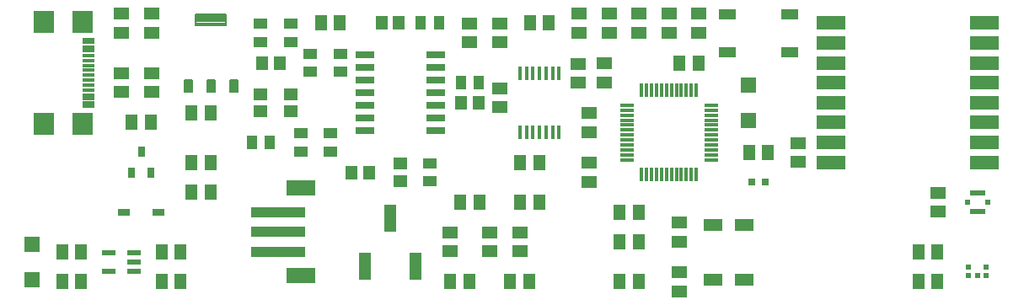
<source format=gbr>
G04 EAGLE Gerber RS-274X export*
G75*
%MOMM*%
%FSLAX34Y34*%
%LPD*%
%INSolderpaste Top*%
%IPPOS*%
%AMOC8*
5,1,8,0,0,1.08239X$1,22.5*%
G01*
G04 Define Apertures*
%ADD10R,1.150000X0.300000*%
%ADD11R,2.000000X2.180000*%
%ADD12R,1.500000X1.300000*%
%ADD13R,1.400000X0.600000*%
%ADD14R,1.300000X1.500000*%
%ADD15C,0.139500*%
%ADD16C,0.196500*%
%ADD17R,1.150000X0.800000*%
%ADD18R,0.650000X1.100000*%
%ADD19R,1.500000X1.500000*%
%ADD20R,1.700000X1.000000*%
%ADD21R,1.900000X1.300000*%
%ADD22R,0.300000X1.475000*%
%ADD23R,1.475000X0.300000*%
%ADD24R,3.000000X1.400000*%
%ADD25R,0.500000X0.600000*%
%ADD26R,1.580000X0.580000*%
%ADD27R,0.500000X0.500000*%
%ADD28R,0.450000X1.475000*%
%ADD29R,1.190000X2.790000*%
%ADD30R,0.600000X0.522000*%
%ADD31R,1.465300X1.164600*%
%ADD32R,1.164600X1.465300*%
%ADD33R,1.420200X1.031200*%
%ADD34R,1.031200X1.420200*%
%ADD35R,1.825000X0.700000*%
%ADD36R,5.500000X1.000000*%
%ADD37R,3.000000X1.600000*%
%ADD38R,0.650000X0.700000*%
D10*
X76780Y263500D03*
X76780Y255500D03*
X76780Y242500D03*
X76780Y232500D03*
X76780Y227500D03*
X76780Y217500D03*
X76780Y204500D03*
X76780Y196500D03*
X76780Y199500D03*
X76780Y207500D03*
X76780Y212500D03*
X76780Y222500D03*
X76780Y237500D03*
X76780Y247500D03*
X76780Y252500D03*
X76780Y260500D03*
D11*
X31730Y281100D03*
X31730Y178900D03*
X71030Y281100D03*
X71030Y178900D03*
D12*
X110000Y229500D03*
X110000Y210500D03*
X110000Y270500D03*
X110000Y289500D03*
D13*
X122500Y30500D03*
X122500Y40000D03*
X122500Y49500D03*
X97500Y49500D03*
X97500Y30500D03*
D14*
X150500Y50000D03*
X169500Y50000D03*
D12*
X140000Y270500D03*
X140000Y289500D03*
D15*
X181053Y222403D02*
X181053Y210697D01*
X173147Y210697D01*
X173147Y222403D01*
X181053Y222403D01*
X181053Y212022D02*
X173147Y212022D01*
X173147Y213347D02*
X181053Y213347D01*
X181053Y214672D02*
X173147Y214672D01*
X173147Y215997D02*
X181053Y215997D01*
X181053Y217322D02*
X173147Y217322D01*
X173147Y218647D02*
X181053Y218647D01*
X181053Y219972D02*
X173147Y219972D01*
X173147Y221297D02*
X181053Y221297D01*
X203953Y222403D02*
X203953Y210697D01*
X196047Y210697D01*
X196047Y222403D01*
X203953Y222403D01*
X203953Y212022D02*
X196047Y212022D01*
X196047Y213347D02*
X203953Y213347D01*
X203953Y214672D02*
X196047Y214672D01*
X196047Y215997D02*
X203953Y215997D01*
X203953Y217322D02*
X196047Y217322D01*
X196047Y218647D02*
X203953Y218647D01*
X203953Y219972D02*
X196047Y219972D01*
X196047Y221297D02*
X203953Y221297D01*
X226853Y222403D02*
X226853Y210697D01*
X218947Y210697D01*
X218947Y222403D01*
X226853Y222403D01*
X226853Y212022D02*
X218947Y212022D01*
X218947Y213347D02*
X226853Y213347D01*
X226853Y214672D02*
X218947Y214672D01*
X218947Y215997D02*
X226853Y215997D01*
X226853Y217322D02*
X218947Y217322D01*
X218947Y218647D02*
X226853Y218647D01*
X226853Y219972D02*
X218947Y219972D01*
X218947Y221297D02*
X226853Y221297D01*
D16*
X215218Y277882D02*
X215218Y289018D01*
X215218Y277882D02*
X184782Y277882D01*
X184782Y289018D01*
X215218Y289018D01*
X215218Y279749D02*
X184782Y279749D01*
X184782Y281616D02*
X215218Y281616D01*
X215218Y283483D02*
X184782Y283483D01*
X184782Y285350D02*
X215218Y285350D01*
X215218Y287217D02*
X184782Y287217D01*
D14*
X199500Y110000D03*
X180500Y110000D03*
D17*
X147500Y90000D03*
X112500Y90000D03*
D18*
X120400Y129500D03*
X139600Y129500D03*
X130000Y150500D03*
D14*
X139500Y180000D03*
X120500Y180000D03*
D19*
X20000Y22500D03*
X20000Y57500D03*
D14*
X69500Y50000D03*
X50500Y50000D03*
X50500Y20000D03*
X69500Y20000D03*
D20*
X718500Y289000D03*
X781500Y289000D03*
X718500Y251000D03*
X781500Y251000D03*
D12*
X660000Y289500D03*
X660000Y270500D03*
D21*
X704000Y77500D03*
X704000Y22500D03*
X736000Y22500D03*
X736000Y77500D03*
D22*
X632500Y127620D03*
X637500Y127620D03*
X642500Y127620D03*
X647500Y127620D03*
X652500Y127620D03*
X657500Y127620D03*
X662500Y127620D03*
X667500Y127620D03*
X672500Y127620D03*
X677500Y127620D03*
X682500Y127620D03*
X687500Y127620D03*
D23*
X702380Y142500D03*
X702380Y147500D03*
X702380Y152500D03*
X702380Y157500D03*
X702380Y162500D03*
X702380Y167500D03*
X702380Y172500D03*
X702380Y177500D03*
X702380Y182500D03*
X702380Y187500D03*
X702380Y192500D03*
X702380Y197500D03*
D22*
X687500Y212380D03*
X682500Y212380D03*
X677500Y212380D03*
X672500Y212380D03*
X667500Y212380D03*
X662500Y212380D03*
X657500Y212380D03*
X652500Y212380D03*
X647500Y212380D03*
X642500Y212380D03*
X637500Y212380D03*
X632500Y212380D03*
D23*
X617620Y197500D03*
X617620Y192500D03*
X617620Y187500D03*
X617620Y182500D03*
X617620Y177500D03*
X617620Y172500D03*
X617620Y167500D03*
X617620Y162500D03*
X617620Y157500D03*
X617620Y152500D03*
X617620Y147500D03*
X617620Y142500D03*
D12*
X580000Y189500D03*
X580000Y170500D03*
X670000Y29500D03*
X670000Y10500D03*
X670000Y60500D03*
X670000Y79500D03*
X580000Y139500D03*
X580000Y120500D03*
X790000Y159500D03*
X790000Y140500D03*
D24*
X823000Y280000D03*
X823000Y260000D03*
X823000Y240000D03*
X823000Y220000D03*
X823000Y200000D03*
X823000Y180000D03*
X823000Y160000D03*
X823000Y140000D03*
X977000Y140000D03*
X977000Y160000D03*
X977000Y180000D03*
X977000Y200000D03*
X977000Y220000D03*
X977000Y240000D03*
X977000Y260000D03*
X977000Y280000D03*
D25*
X980000Y100000D03*
D26*
X970000Y109600D03*
D27*
X960000Y100000D03*
D26*
X970000Y90400D03*
D12*
X930000Y90500D03*
X930000Y109500D03*
D14*
X519500Y20000D03*
X500500Y20000D03*
D12*
X440000Y50500D03*
X440000Y69500D03*
D14*
X459500Y20000D03*
X440500Y20000D03*
D12*
X480000Y50500D03*
X480000Y69500D03*
X510000Y50500D03*
X510000Y69500D03*
D28*
X510500Y170620D03*
X517000Y170620D03*
X523500Y170620D03*
X530000Y170620D03*
X536500Y170620D03*
X543000Y170620D03*
X549500Y170620D03*
X549500Y229380D03*
X543000Y229380D03*
X536500Y229380D03*
X530000Y229380D03*
X523500Y229380D03*
X517000Y229380D03*
X510500Y229380D03*
D29*
X354600Y35850D03*
X380000Y84150D03*
X405400Y35850D03*
D14*
X469500Y100000D03*
X450500Y100000D03*
X520500Y280000D03*
X539500Y280000D03*
D12*
X490000Y279500D03*
X490000Y260500D03*
X570000Y289500D03*
X570000Y270500D03*
X595000Y239500D03*
X595000Y220500D03*
X460000Y260500D03*
X460000Y279500D03*
D14*
X529500Y100000D03*
X510500Y100000D03*
X529500Y140000D03*
X510500Y140000D03*
D12*
X630000Y289500D03*
X630000Y270500D03*
X600000Y289500D03*
X600000Y270500D03*
D30*
X979000Y26360D03*
X979000Y34580D03*
X961000Y34580D03*
X961000Y26360D03*
X970000Y26360D03*
D14*
X929500Y20000D03*
X910500Y20000D03*
X929500Y50000D03*
X910500Y50000D03*
D31*
X280000Y191246D03*
X280000Y208754D03*
D32*
X268754Y240000D03*
X251246Y240000D03*
D31*
X250000Y208754D03*
X250000Y191246D03*
D32*
X371246Y280000D03*
X388754Y280000D03*
X451246Y200000D03*
X468754Y200000D03*
X358754Y130000D03*
X341246Y130000D03*
D31*
X390000Y138754D03*
X390000Y121246D03*
D33*
X280000Y279195D03*
X280000Y260805D03*
X250000Y279195D03*
X250000Y260805D03*
D34*
X429195Y280000D03*
X410805Y280000D03*
X469195Y220000D03*
X450805Y220000D03*
D33*
X320000Y169195D03*
X320000Y150805D03*
X420000Y139195D03*
X420000Y120805D03*
D34*
X240805Y160000D03*
X259195Y160000D03*
D33*
X330000Y230805D03*
X330000Y249195D03*
X300000Y230805D03*
X300000Y249195D03*
X290000Y169195D03*
X290000Y150805D03*
D35*
X354380Y248100D03*
X354380Y235400D03*
X354380Y222700D03*
X354380Y210000D03*
X354380Y197300D03*
X354380Y184600D03*
X354380Y171900D03*
X425620Y171900D03*
X425620Y184600D03*
X425620Y197300D03*
X425620Y210000D03*
X425620Y222700D03*
X425620Y235400D03*
X425620Y248100D03*
D36*
X267500Y90000D03*
X267500Y70000D03*
X267500Y50000D03*
D37*
X290000Y114000D03*
X290000Y26000D03*
D14*
X329500Y280000D03*
X310500Y280000D03*
X610500Y90000D03*
X629500Y90000D03*
X610500Y60000D03*
X629500Y60000D03*
D12*
X690000Y270500D03*
X690000Y289500D03*
D14*
X670500Y240000D03*
X689500Y240000D03*
D38*
X756750Y120000D03*
X743250Y120000D03*
D14*
X629500Y20000D03*
X610500Y20000D03*
D19*
X740000Y217500D03*
X740000Y182500D03*
D14*
X740500Y150000D03*
X759500Y150000D03*
X199500Y140000D03*
X180500Y140000D03*
X199500Y190000D03*
X180500Y190000D03*
D12*
X140000Y229500D03*
X140000Y210500D03*
D14*
X150500Y20000D03*
X169500Y20000D03*
D12*
X568899Y239101D03*
X568899Y220101D03*
X490000Y195500D03*
X490000Y214500D03*
M02*

</source>
